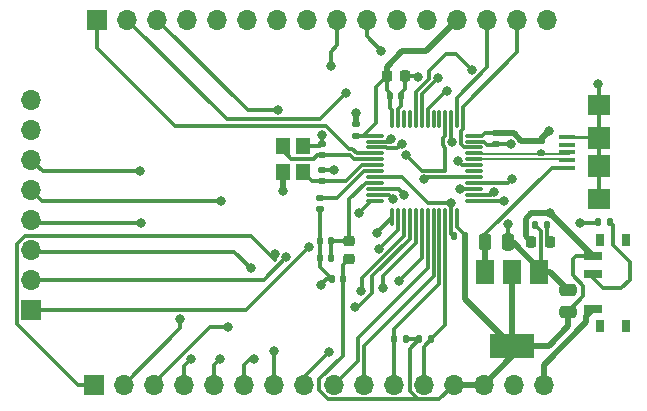
<source format=gtl>
G04 #@! TF.GenerationSoftware,KiCad,Pcbnew,(6.0.6)*
G04 #@! TF.CreationDate,2022-07-13T21:15:31+05:30*
G04 #@! TF.ProjectId,stm32_minimal_dev,73746d33-325f-46d6-996e-696d616c5f64,rev?*
G04 #@! TF.SameCoordinates,Original*
G04 #@! TF.FileFunction,Copper,L1,Top*
G04 #@! TF.FilePolarity,Positive*
%FSLAX46Y46*%
G04 Gerber Fmt 4.6, Leading zero omitted, Abs format (unit mm)*
G04 Created by KiCad (PCBNEW (6.0.6)) date 2022-07-13 21:15:31*
%MOMM*%
%LPD*%
G01*
G04 APERTURE LIST*
G04 Aperture macros list*
%AMRoundRect*
0 Rectangle with rounded corners*
0 $1 Rounding radius*
0 $2 $3 $4 $5 $6 $7 $8 $9 X,Y pos of 4 corners*
0 Add a 4 corners polygon primitive as box body*
4,1,4,$2,$3,$4,$5,$6,$7,$8,$9,$2,$3,0*
0 Add four circle primitives for the rounded corners*
1,1,$1+$1,$2,$3*
1,1,$1+$1,$4,$5*
1,1,$1+$1,$6,$7*
1,1,$1+$1,$8,$9*
0 Add four rect primitives between the rounded corners*
20,1,$1+$1,$2,$3,$4,$5,0*
20,1,$1+$1,$4,$5,$6,$7,0*
20,1,$1+$1,$6,$7,$8,$9,0*
20,1,$1+$1,$8,$9,$2,$3,0*%
G04 Aperture macros list end*
G04 #@! TA.AperFunction,ComponentPad*
%ADD10R,1.700000X1.700000*%
G04 #@! TD*
G04 #@! TA.AperFunction,ComponentPad*
%ADD11O,1.700000X1.700000*%
G04 #@! TD*
G04 #@! TA.AperFunction,SMDPad,CuDef*
%ADD12RoundRect,0.218750X0.218750X0.256250X-0.218750X0.256250X-0.218750X-0.256250X0.218750X-0.256250X0*%
G04 #@! TD*
G04 #@! TA.AperFunction,SMDPad,CuDef*
%ADD13RoundRect,0.250000X-0.250000X-0.475000X0.250000X-0.475000X0.250000X0.475000X-0.250000X0.475000X0*%
G04 #@! TD*
G04 #@! TA.AperFunction,SMDPad,CuDef*
%ADD14RoundRect,0.140000X-0.170000X0.140000X-0.170000X-0.140000X0.170000X-0.140000X0.170000X0.140000X0*%
G04 #@! TD*
G04 #@! TA.AperFunction,SMDPad,CuDef*
%ADD15R,1.350000X0.400000*%
G04 #@! TD*
G04 #@! TA.AperFunction,SMDPad,CuDef*
%ADD16R,1.900000X1.800000*%
G04 #@! TD*
G04 #@! TA.AperFunction,SMDPad,CuDef*
%ADD17R,1.900000X1.900000*%
G04 #@! TD*
G04 #@! TA.AperFunction,SMDPad,CuDef*
%ADD18RoundRect,0.218750X-0.256250X0.218750X-0.256250X-0.218750X0.256250X-0.218750X0.256250X0.218750X0*%
G04 #@! TD*
G04 #@! TA.AperFunction,SMDPad,CuDef*
%ADD19R,1.500000X2.000000*%
G04 #@! TD*
G04 #@! TA.AperFunction,SMDPad,CuDef*
%ADD20R,3.800000X2.000000*%
G04 #@! TD*
G04 #@! TA.AperFunction,SMDPad,CuDef*
%ADD21RoundRect,0.140000X0.140000X0.170000X-0.140000X0.170000X-0.140000X-0.170000X0.140000X-0.170000X0*%
G04 #@! TD*
G04 #@! TA.AperFunction,SMDPad,CuDef*
%ADD22RoundRect,0.250000X0.475000X-0.250000X0.475000X0.250000X-0.475000X0.250000X-0.475000X-0.250000X0*%
G04 #@! TD*
G04 #@! TA.AperFunction,SMDPad,CuDef*
%ADD23RoundRect,0.140000X-0.140000X-0.170000X0.140000X-0.170000X0.140000X0.170000X-0.140000X0.170000X0*%
G04 #@! TD*
G04 #@! TA.AperFunction,SMDPad,CuDef*
%ADD24RoundRect,0.075000X-0.662500X-0.075000X0.662500X-0.075000X0.662500X0.075000X-0.662500X0.075000X0*%
G04 #@! TD*
G04 #@! TA.AperFunction,SMDPad,CuDef*
%ADD25RoundRect,0.075000X-0.075000X-0.662500X0.075000X-0.662500X0.075000X0.662500X-0.075000X0.662500X0*%
G04 #@! TD*
G04 #@! TA.AperFunction,SMDPad,CuDef*
%ADD26R,0.800000X1.000000*%
G04 #@! TD*
G04 #@! TA.AperFunction,SMDPad,CuDef*
%ADD27R,1.500000X0.700000*%
G04 #@! TD*
G04 #@! TA.AperFunction,SMDPad,CuDef*
%ADD28R,1.200000X1.400000*%
G04 #@! TD*
G04 #@! TA.AperFunction,SMDPad,CuDef*
%ADD29RoundRect,0.135000X-0.185000X0.135000X-0.185000X-0.135000X0.185000X-0.135000X0.185000X0.135000X0*%
G04 #@! TD*
G04 #@! TA.AperFunction,SMDPad,CuDef*
%ADD30RoundRect,0.225000X-0.225000X-0.250000X0.225000X-0.250000X0.225000X0.250000X-0.225000X0.250000X0*%
G04 #@! TD*
G04 #@! TA.AperFunction,SMDPad,CuDef*
%ADD31RoundRect,0.135000X0.135000X0.185000X-0.135000X0.185000X-0.135000X-0.185000X0.135000X-0.185000X0*%
G04 #@! TD*
G04 #@! TA.AperFunction,SMDPad,CuDef*
%ADD32RoundRect,0.140000X0.170000X-0.140000X0.170000X0.140000X-0.170000X0.140000X-0.170000X-0.140000X0*%
G04 #@! TD*
G04 #@! TA.AperFunction,SMDPad,CuDef*
%ADD33RoundRect,0.135000X-0.135000X-0.185000X0.135000X-0.185000X0.135000X0.185000X-0.135000X0.185000X0*%
G04 #@! TD*
G04 #@! TA.AperFunction,ViaPad*
%ADD34C,0.800000*%
G04 #@! TD*
G04 #@! TA.AperFunction,Conductor*
%ADD35C,0.250000*%
G04 #@! TD*
G04 #@! TA.AperFunction,Conductor*
%ADD36C,0.300000*%
G04 #@! TD*
G04 #@! TA.AperFunction,Conductor*
%ADD37C,0.500000*%
G04 #@! TD*
G04 #@! TA.AperFunction,Conductor*
%ADD38C,0.200000*%
G04 #@! TD*
G04 APERTURE END LIST*
D10*
X126568200Y-97952800D03*
D11*
X126568200Y-95412800D03*
X126568200Y-92872800D03*
X126568200Y-90332800D03*
X126568200Y-87792800D03*
X126568200Y-85252800D03*
X126568200Y-82712800D03*
X126568200Y-80172800D03*
D12*
X170484900Y-92176600D03*
X168909900Y-92176600D03*
D10*
X131851400Y-104267000D03*
D11*
X134391400Y-104267000D03*
X136931400Y-104267000D03*
X139471400Y-104267000D03*
X142011400Y-104267000D03*
X144551400Y-104267000D03*
X147091400Y-104267000D03*
X149631400Y-104267000D03*
X152171400Y-104267000D03*
X154711400Y-104267000D03*
X157251400Y-104267000D03*
X159791400Y-104267000D03*
X162331400Y-104267000D03*
X164871400Y-104267000D03*
X167411400Y-104267000D03*
X169951400Y-104267000D03*
D13*
X165013600Y-92176600D03*
X166913600Y-92176600D03*
D14*
X165938200Y-82959000D03*
X165938200Y-83919000D03*
D10*
X132156200Y-73355200D03*
D11*
X134696200Y-73355200D03*
X137236200Y-73355200D03*
X139776200Y-73355200D03*
X142316200Y-73355200D03*
X144856200Y-73355200D03*
X147396200Y-73355200D03*
X149936200Y-73355200D03*
X152476200Y-73355200D03*
X155016200Y-73355200D03*
X157556200Y-73355200D03*
X160096200Y-73355200D03*
X162636200Y-73355200D03*
X165176200Y-73355200D03*
X167716200Y-73355200D03*
X170256200Y-73355200D03*
D15*
X171950000Y-85882000D03*
X171950000Y-85232000D03*
X171950000Y-84582000D03*
X171950000Y-83932000D03*
X171950000Y-83282000D03*
D16*
X174625000Y-88582000D03*
D17*
X174625000Y-85782000D03*
X174625000Y-83382000D03*
D16*
X174625000Y-80582000D03*
D18*
X153467600Y-92068200D03*
X153467600Y-93643200D03*
D19*
X169584400Y-94690800D03*
X167284400Y-94690800D03*
D20*
X167284400Y-100990800D03*
D19*
X164984400Y-94690800D03*
D21*
X163294000Y-91694000D03*
X162334000Y-91694000D03*
D22*
X171983400Y-98105000D03*
X171983400Y-96205000D03*
D21*
X151947600Y-93548200D03*
X150987600Y-93548200D03*
D23*
X156898400Y-79806800D03*
X157858400Y-79806800D03*
D14*
X151206200Y-86057800D03*
X151206200Y-87017800D03*
D24*
X155705100Y-83178200D03*
X155705100Y-83678200D03*
X155705100Y-84178200D03*
X155705100Y-84678200D03*
X155705100Y-85178200D03*
X155705100Y-85678200D03*
X155705100Y-86178200D03*
X155705100Y-86678200D03*
X155705100Y-87178200D03*
X155705100Y-87678200D03*
X155705100Y-88178200D03*
X155705100Y-88678200D03*
D25*
X157117600Y-90090700D03*
X157617600Y-90090700D03*
X158117600Y-90090700D03*
X158617600Y-90090700D03*
X159117600Y-90090700D03*
X159617600Y-90090700D03*
X160117600Y-90090700D03*
X160617600Y-90090700D03*
X161117600Y-90090700D03*
X161617600Y-90090700D03*
X162117600Y-90090700D03*
X162617600Y-90090700D03*
D24*
X164030100Y-88678200D03*
X164030100Y-88178200D03*
X164030100Y-87678200D03*
X164030100Y-87178200D03*
X164030100Y-86678200D03*
X164030100Y-86178200D03*
X164030100Y-85678200D03*
X164030100Y-85178200D03*
X164030100Y-84678200D03*
X164030100Y-84178200D03*
X164030100Y-83678200D03*
X164030100Y-83178200D03*
D25*
X162617600Y-81765700D03*
X162117600Y-81765700D03*
X161617600Y-81765700D03*
X161117600Y-81765700D03*
X160617600Y-81765700D03*
X160117600Y-81765700D03*
X159617600Y-81765700D03*
X159117600Y-81765700D03*
X158617600Y-81765700D03*
X158117600Y-81765700D03*
X157617600Y-81765700D03*
X157117600Y-81765700D03*
D26*
X176944000Y-91981000D03*
X174734000Y-99281000D03*
X176944000Y-99281000D03*
X174734000Y-91981000D03*
D27*
X174084000Y-97881000D03*
X174084000Y-94881000D03*
X174084000Y-93381000D03*
D28*
X149542500Y-86266200D03*
X149542500Y-84066200D03*
X147842500Y-84066200D03*
X147842500Y-86266200D03*
D29*
X169748200Y-83589400D03*
X169748200Y-84609400D03*
D30*
X156654200Y-78155800D03*
X158204200Y-78155800D03*
D31*
X175541400Y-90474800D03*
X174521400Y-90474800D03*
X170207400Y-90754200D03*
X169187400Y-90754200D03*
D21*
X152947600Y-95318200D03*
X151987600Y-95318200D03*
D14*
X150977600Y-88470800D03*
X150977600Y-89430800D03*
D31*
X158294800Y-100431600D03*
X157274800Y-100431600D03*
D21*
X151940200Y-92125800D03*
X150980200Y-92125800D03*
D14*
X151206200Y-83873400D03*
X151206200Y-84833400D03*
D32*
X154051000Y-83182400D03*
X154051000Y-82222400D03*
D33*
X159408400Y-100431600D03*
X160428400Y-100431600D03*
D34*
X151053800Y-95808800D03*
X152222200Y-86055200D03*
X147878800Y-87858600D03*
X154051000Y-81229200D03*
X174574200Y-78790800D03*
X159276170Y-78224770D03*
X166903400Y-90678000D03*
X167157400Y-83921600D03*
X151206200Y-83108800D03*
X162116784Y-88903778D03*
X170434000Y-82804000D03*
X170441200Y-89738200D03*
X160959800Y-78308200D03*
X163884223Y-77625823D03*
X173024800Y-90551000D03*
X147447000Y-81026000D03*
X156999054Y-83490300D03*
X153212800Y-79578200D03*
X157926987Y-83861710D03*
X145161000Y-94386400D03*
X158154015Y-88173194D03*
X157226000Y-88544400D03*
X148161623Y-93475423D03*
X150063200Y-92633800D03*
X154330400Y-89687400D03*
X155829000Y-91389200D03*
X147201508Y-93197603D03*
X155986870Y-92766270D03*
X139192000Y-98702300D03*
X143259423Y-99393623D03*
X154498923Y-96358323D03*
X154001603Y-97676855D03*
X140055600Y-102057200D03*
X156365823Y-96091623D03*
X142544800Y-102082600D03*
X157712023Y-95482023D03*
X145389600Y-102082600D03*
X166594812Y-88693012D03*
X151739600Y-101472500D03*
X165760400Y-87943512D03*
X147138777Y-101393377D03*
X135813800Y-90576400D03*
X162840883Y-87674531D03*
X167259000Y-86868000D03*
X142595600Y-88696800D03*
X159800677Y-86888500D03*
X135763000Y-86207600D03*
X162701244Y-85357699D03*
X162179920Y-83693000D03*
X156210000Y-75971400D03*
X151942800Y-77254300D03*
X158307859Y-84785798D03*
X161794577Y-79403823D03*
D35*
X174525000Y-83282000D02*
X174625000Y-83382000D01*
X171950000Y-83282000D02*
X174525000Y-83282000D01*
D36*
X164984400Y-92205800D02*
X165013600Y-92176600D01*
X171950000Y-85882000D02*
X170607200Y-85882000D01*
X170607200Y-85882000D02*
X165013600Y-91475600D01*
D37*
X164984400Y-94690800D02*
X164984400Y-92205800D01*
D36*
X165013600Y-91475600D02*
X165013600Y-92176600D01*
D37*
X154051000Y-82222400D02*
X154051000Y-81229200D01*
D36*
X165910200Y-83947000D02*
X165938200Y-83919000D01*
X174625000Y-88582000D02*
X174625000Y-85782000D01*
X166913600Y-92176600D02*
X167070200Y-92176600D01*
X157858400Y-79606200D02*
X158204200Y-79260400D01*
X151206200Y-83873400D02*
X151206200Y-83108800D01*
X174625000Y-83382000D02*
X174625000Y-80582000D01*
D37*
X147842500Y-86266200D02*
X147842500Y-87822300D01*
D36*
X151206200Y-86057800D02*
X152219600Y-86057800D01*
X150980200Y-89433400D02*
X150977600Y-89430800D01*
X174625000Y-78841600D02*
X174574200Y-78790800D01*
X150980200Y-92125800D02*
X150980200Y-89433400D01*
X167154800Y-83919000D02*
X167157400Y-83921600D01*
X164882000Y-83678200D02*
X165150800Y-83947000D01*
X158204200Y-78155800D02*
X159207200Y-78155800D01*
X166913600Y-90688200D02*
X166903400Y-90678000D01*
X165150800Y-83947000D02*
X165910200Y-83947000D01*
D37*
X169584400Y-94451200D02*
X169584400Y-94690800D01*
D36*
X150980200Y-93540800D02*
X150987600Y-93548200D01*
X159207200Y-78155800D02*
X159276170Y-78224770D01*
D37*
X147842500Y-87822300D02*
X147878800Y-87858600D01*
X167309800Y-92176600D02*
X169584400Y-94451200D01*
D36*
X150987600Y-94318200D02*
X151987600Y-95318200D01*
X162117600Y-90090700D02*
X162117600Y-88904594D01*
X157858400Y-79806800D02*
X157858400Y-79606200D01*
X160150778Y-88903778D02*
X157925200Y-86678200D01*
D37*
X173558200Y-98406800D02*
X174084000Y-97881000D01*
D36*
X164030100Y-83678200D02*
X164882000Y-83678200D01*
X162117600Y-90090700D02*
X162117600Y-91477600D01*
D37*
X169584400Y-94690800D02*
X170469200Y-94690800D01*
X170469200Y-94690800D02*
X171983400Y-96205000D01*
D36*
X169697400Y-91264200D02*
X169187400Y-90754200D01*
D37*
X173558200Y-98956800D02*
X173558200Y-98406800D01*
D36*
X158204200Y-79260400D02*
X158204200Y-78155800D01*
X165938200Y-83919000D02*
X167154800Y-83919000D01*
X174625000Y-85782000D02*
X174625000Y-83382000D01*
X157858400Y-79806800D02*
X157858400Y-80686359D01*
X157858400Y-80686359D02*
X157617600Y-80927159D01*
X162117600Y-91477600D02*
X162334000Y-91694000D01*
X174625000Y-80582000D02*
X174625000Y-78841600D01*
X151013400Y-84066200D02*
X151206200Y-83873400D01*
X149542500Y-84066200D02*
X151013400Y-84066200D01*
X157925200Y-86678200D02*
X155705100Y-86678200D01*
X162116784Y-88903778D02*
X160150778Y-88903778D01*
D37*
X169951400Y-104267000D02*
X169951400Y-102563600D01*
D36*
X169584400Y-94690800D02*
X169697400Y-94577800D01*
X150980200Y-92125800D02*
X150980200Y-93540800D01*
X151544400Y-95318200D02*
X151053800Y-95808800D01*
D37*
X169951400Y-102563600D02*
X173558200Y-98956800D01*
X167070200Y-92176600D02*
X167309800Y-92176600D01*
D36*
X150987600Y-93548200D02*
X150987600Y-94318200D01*
X152219600Y-86057800D02*
X152222200Y-86055200D01*
X169697400Y-94577800D02*
X169697400Y-91264200D01*
X162117600Y-88904594D02*
X162116784Y-88903778D01*
X151987600Y-95318200D02*
X151544400Y-95318200D01*
X166913600Y-92176600D02*
X166913600Y-90688200D01*
X157617600Y-80927159D02*
X157617600Y-81765700D01*
D37*
X168427400Y-90220800D02*
X168427400Y-91694100D01*
X168910000Y-89738200D02*
X168427400Y-90220800D01*
D36*
X173304200Y-96784200D02*
X173304200Y-95901200D01*
X154688600Y-83182400D02*
X154051000Y-83182400D01*
D37*
X174084000Y-93381000D02*
X170441200Y-89738200D01*
D36*
X162617600Y-90913400D02*
X163294000Y-91589800D01*
X156898400Y-79806800D02*
X156898400Y-79530000D01*
X164973000Y-82956400D02*
X165935600Y-82956400D01*
D37*
X172034200Y-99314000D02*
X172034200Y-98155800D01*
D36*
X163294000Y-91589800D02*
X163294000Y-91694000D01*
X159408400Y-100431600D02*
X158294800Y-100431600D01*
D37*
X167284400Y-100990800D02*
X163294000Y-97000400D01*
D36*
X152947600Y-95318200D02*
X152947600Y-94163200D01*
X172034200Y-98155800D02*
X171983400Y-98105000D01*
X164030100Y-83178200D02*
X164751200Y-83178200D01*
X157117600Y-81019200D02*
X157117600Y-81765700D01*
D37*
X167414000Y-82959000D02*
X168044400Y-83589400D01*
X169748200Y-83489800D02*
X170434000Y-82804000D01*
X168427400Y-91694100D02*
X168909900Y-92176600D01*
D36*
X151718943Y-105511600D02*
X159842200Y-105511600D01*
D37*
X168044400Y-83589400D02*
X169748200Y-83589400D01*
X170357400Y-100990800D02*
X172034200Y-99314000D01*
X170441200Y-89738200D02*
X168910000Y-89738200D01*
D36*
X162617600Y-90090700D02*
X162617600Y-90913400D01*
X156898400Y-79806800D02*
X156898400Y-80800000D01*
X156654200Y-79285800D02*
X156654200Y-78155800D01*
X172415200Y-93649800D02*
X172684000Y-93381000D01*
D37*
X159969200Y-76022200D02*
X157988000Y-76022200D01*
D36*
X165935600Y-82956400D02*
X165938200Y-82959000D01*
X154055200Y-83178200D02*
X155705100Y-83178200D01*
D37*
X162636200Y-73355200D02*
X159969200Y-76022200D01*
D36*
X154051000Y-83182400D02*
X154055200Y-83178200D01*
X152947600Y-94163200D02*
X153467600Y-93643200D01*
X158591400Y-101248600D02*
X158591400Y-104764057D01*
X171983400Y-98105000D02*
X173304200Y-96784200D01*
X161086800Y-105511600D02*
X162331400Y-104267000D01*
D37*
X163294000Y-97000400D02*
X163294000Y-91694000D01*
D36*
X172684000Y-93381000D02*
X174084000Y-93381000D01*
D37*
X167284400Y-101854000D02*
X167284400Y-100990800D01*
X164871400Y-104267000D02*
X162331400Y-104267000D01*
D36*
X156898400Y-80800000D02*
X157117600Y-81019200D01*
X155727400Y-82143600D02*
X154688600Y-83182400D01*
X159338943Y-105511600D02*
X159842200Y-105511600D01*
D37*
X169748200Y-83589400D02*
X169748200Y-83489800D01*
D36*
X152947600Y-101793743D02*
X150926800Y-103814543D01*
X150926800Y-103814543D02*
X150926800Y-104719457D01*
D37*
X164871400Y-104267000D02*
X167284400Y-101854000D01*
D36*
X172415200Y-95012200D02*
X172415200Y-93649800D01*
X173304200Y-95901200D02*
X172415200Y-95012200D01*
D37*
X156654200Y-77356000D02*
X156654200Y-78155800D01*
D36*
X150926800Y-104719457D02*
X151718943Y-105511600D01*
D37*
X167284400Y-100990800D02*
X170357400Y-100990800D01*
D36*
X158591400Y-104764057D02*
X159338943Y-105511600D01*
X159842200Y-105511600D02*
X161086800Y-105511600D01*
X152947600Y-95318200D02*
X152947600Y-101793743D01*
D37*
X157988000Y-76022200D02*
X156654200Y-77356000D01*
D36*
X159408400Y-100431600D02*
X158591400Y-101248600D01*
X156898400Y-79530000D02*
X156654200Y-79285800D01*
D37*
X167284400Y-94690800D02*
X167284400Y-100990800D01*
D36*
X156654200Y-78155800D02*
X155727400Y-79082600D01*
X155727400Y-79082600D02*
X155727400Y-82143600D01*
X164751200Y-83178200D02*
X164973000Y-82956400D01*
D37*
X165938200Y-82959000D02*
X167414000Y-82959000D01*
D36*
X150468800Y-85116200D02*
X148592500Y-85116200D01*
X150751600Y-84833400D02*
X150468800Y-85116200D01*
X148592500Y-85116200D02*
X147842500Y-84366200D01*
X147842500Y-84366200D02*
X147842500Y-84066200D01*
X151206200Y-84833400D02*
X150751600Y-84833400D01*
X151206200Y-84833400D02*
X153565800Y-84833400D01*
X153565800Y-84833400D02*
X153910600Y-85178200D01*
X153910600Y-85178200D02*
X155705100Y-85178200D01*
X153220894Y-87017800D02*
X154560494Y-85678200D01*
X149542500Y-86266200D02*
X150294100Y-87017800D01*
X154560494Y-85678200D02*
X155705100Y-85678200D01*
X150294100Y-87017800D02*
X151206200Y-87017800D01*
X151206200Y-87017800D02*
X153220894Y-87017800D01*
X152475000Y-88470800D02*
X154767600Y-86178200D01*
X154767600Y-86178200D02*
X155705100Y-86178200D01*
X150977600Y-88470800D02*
X152475000Y-88470800D01*
X151947600Y-92133200D02*
X151940200Y-92125800D01*
X151947600Y-93548200D02*
X151947600Y-92133200D01*
X151997800Y-92068200D02*
X151940200Y-92125800D01*
X153467600Y-88577159D02*
X153467600Y-92068200D01*
X153467600Y-92068200D02*
X151997800Y-92068200D01*
X154866559Y-87178200D02*
X153467600Y-88577159D01*
X155705100Y-87178200D02*
X154866559Y-87178200D01*
X170207400Y-91899100D02*
X170484900Y-92176600D01*
X170207400Y-90754200D02*
X170207400Y-91899100D01*
X157274800Y-99570000D02*
X157274800Y-100431600D01*
X157274800Y-100431600D02*
X157251400Y-100455000D01*
X161117600Y-90090700D02*
X161117600Y-95727200D01*
X161117600Y-95727200D02*
X157274800Y-99570000D01*
X157251400Y-100455000D02*
X157251400Y-104267000D01*
X160428400Y-100431600D02*
X159791400Y-101068600D01*
X161617600Y-90090700D02*
X161617600Y-99242400D01*
X161617600Y-99242400D02*
X160428400Y-100431600D01*
X159791400Y-101068600D02*
X159791400Y-104267000D01*
X160959800Y-78308200D02*
X159617600Y-79650400D01*
X159617600Y-79650400D02*
X159617600Y-81765700D01*
X162929420Y-83916061D02*
X162929420Y-82792420D01*
X163117600Y-80722400D02*
X167716200Y-76123800D01*
X163117600Y-82604240D02*
X163117600Y-80722400D01*
X162929420Y-82792420D02*
X163117600Y-82604240D01*
X164030100Y-84178200D02*
X163191559Y-84178200D01*
X167716200Y-76123800D02*
X167716200Y-73355200D01*
X163191559Y-84178200D02*
X162929420Y-83916061D01*
X162617600Y-79952400D02*
X165176200Y-77393800D01*
X165176200Y-77393800D02*
X165176200Y-73355200D01*
X162617600Y-81765700D02*
X162617600Y-79952400D01*
D38*
X170113383Y-85179400D02*
X170139583Y-85153200D01*
X164055099Y-85153201D02*
X169356817Y-85153200D01*
X169383017Y-85179400D02*
X170113383Y-85179400D01*
X169356817Y-85153200D02*
X169383017Y-85179400D01*
X170139583Y-85153200D02*
X172059600Y-85153200D01*
X164030100Y-85178200D02*
X164055099Y-85153201D01*
X164030100Y-84678200D02*
X164055099Y-84703199D01*
D36*
X169699400Y-84505800D02*
X169672000Y-84533200D01*
D38*
X164055099Y-84703199D02*
X172059600Y-84703200D01*
D36*
X176530000Y-96088200D02*
X174955200Y-96088200D01*
X177241200Y-95377000D02*
X176530000Y-96088200D01*
X175541400Y-90474800D02*
X175818800Y-90752200D01*
X174084000Y-95217000D02*
X174084000Y-94881000D01*
X175818800Y-92455800D02*
X177241200Y-93878200D01*
X177241200Y-93878200D02*
X177241200Y-95377000D01*
X174955200Y-96088200D02*
X174084000Y-95217000D01*
X175818800Y-90752200D02*
X175818800Y-92455800D01*
X173024800Y-90551000D02*
X174445200Y-90551000D01*
X174445200Y-90551000D02*
X174521400Y-90474800D01*
X162560000Y-76301600D02*
X163884223Y-77625823D01*
X160209800Y-78351094D02*
X160209800Y-77737400D01*
X159117600Y-79443294D02*
X160209800Y-78351094D01*
X159117600Y-81765700D02*
X159117600Y-79443294D01*
X160209800Y-77737400D02*
X161645600Y-76301600D01*
X161645600Y-76301600D02*
X162560000Y-76301600D01*
X156811154Y-83678200D02*
X156999054Y-83490300D01*
X144907000Y-81026000D02*
X137236200Y-73355200D01*
X155705100Y-83678200D02*
X156811154Y-83678200D01*
X147447000Y-81026000D02*
X144907000Y-81026000D01*
X156626293Y-84178200D02*
X155705100Y-84178200D01*
X153212800Y-79578200D02*
X151015000Y-81776000D01*
X151015000Y-81776000D02*
X143117000Y-81776000D01*
X143117000Y-81776000D02*
X134696200Y-73355200D01*
X157548397Y-84240300D02*
X156688393Y-84240300D01*
X157926987Y-83861710D02*
X157548397Y-84240300D01*
X156688393Y-84240300D02*
X156626293Y-84178200D01*
X139496800Y-82372200D02*
X138734800Y-82372200D01*
X151956200Y-82798139D02*
X151516861Y-82358800D01*
X138734800Y-82372200D02*
X132156200Y-75793600D01*
X139510200Y-82358800D02*
X139496800Y-82372200D01*
X151516861Y-82358800D02*
X139510200Y-82358800D01*
X153441400Y-84302600D02*
X151956200Y-82817400D01*
X151956200Y-82817400D02*
X151956200Y-82798139D01*
X154117706Y-84678200D02*
X153742106Y-84302600D01*
X132156200Y-75793600D02*
X132156200Y-73355200D01*
X155705100Y-84678200D02*
X154117706Y-84678200D01*
X153742106Y-84302600D02*
X153441400Y-84302600D01*
X157659021Y-87678200D02*
X155705100Y-87678200D01*
X143764000Y-92989400D02*
X126684800Y-92989400D01*
X145161000Y-94386400D02*
X143764000Y-92989400D01*
X158154015Y-88173194D02*
X157659021Y-87678200D01*
X126684800Y-92989400D02*
X126568200Y-92872800D01*
X156554241Y-88188800D02*
X156543641Y-88178200D01*
X148161623Y-93475423D02*
X146224246Y-95412800D01*
X146224246Y-95412800D02*
X126568200Y-95412800D01*
X156543641Y-88178200D02*
X155705100Y-88178200D01*
X157226000Y-88544400D02*
X156870400Y-88188800D01*
X156870400Y-88188800D02*
X156554241Y-88188800D01*
X155705100Y-88678200D02*
X155339600Y-88678200D01*
X150063200Y-92633800D02*
X144744200Y-97952800D01*
X155339600Y-88678200D02*
X154330400Y-89687400D01*
X144744200Y-97952800D02*
X126568200Y-97952800D01*
X130482400Y-104267000D02*
X131851400Y-104267000D01*
X145145876Y-91672800D02*
X126071143Y-91672800D01*
X125368200Y-99152800D02*
X130482400Y-104267000D01*
X125368200Y-92375743D02*
X125368200Y-99152800D01*
X147201508Y-93728432D02*
X145145876Y-91672800D01*
X157117600Y-90100600D02*
X155829000Y-91389200D01*
X126071143Y-91672800D02*
X125368200Y-92375743D01*
X147201508Y-93197603D02*
X147201508Y-93728432D01*
X157117600Y-90090700D02*
X157117600Y-90100600D01*
X139192000Y-98702300D02*
X139192000Y-99466400D01*
X157617600Y-90090700D02*
X157617600Y-91135540D01*
X157617600Y-91135540D02*
X155986870Y-92766270D01*
X139192000Y-99466400D02*
X134391400Y-104267000D01*
X154584400Y-95228694D02*
X154584400Y-96266000D01*
X154584400Y-96272846D02*
X154498923Y-96358323D01*
X154584400Y-96266000D02*
X154584400Y-96272846D01*
X143259423Y-99393623D02*
X141658516Y-99393623D01*
X136931400Y-104120739D02*
X136931400Y-104267000D01*
X158117600Y-91695494D02*
X154584400Y-95228694D01*
X141658516Y-99393623D02*
X136931400Y-104120739D01*
X158117600Y-90090700D02*
X158117600Y-91695494D01*
X154240345Y-97676855D02*
X155422600Y-96494600D01*
X140055600Y-102057200D02*
X139471400Y-102641400D01*
X158617600Y-91902600D02*
X158617600Y-90090700D01*
X155422600Y-96494600D02*
X155422600Y-95097600D01*
X155422600Y-95097600D02*
X158617600Y-91902600D01*
X139471400Y-102641400D02*
X139471400Y-104267000D01*
X154001603Y-97676855D02*
X154240345Y-97676855D01*
X142544800Y-102082600D02*
X142011400Y-102616000D01*
X156365823Y-95043377D02*
X159117600Y-92291600D01*
X156365823Y-96091623D02*
X156365823Y-95043377D01*
X159117600Y-92291600D02*
X159117600Y-90090700D01*
X142011400Y-102616000D02*
X142011400Y-104267000D01*
X144551400Y-102590600D02*
X144551400Y-104267000D01*
X145389600Y-102082600D02*
X145059400Y-102082600D01*
X157712023Y-95482023D02*
X159617600Y-93576446D01*
X145059400Y-102082600D02*
X144551400Y-102590600D01*
X159617600Y-93576446D02*
X159617600Y-90090700D01*
X152171400Y-104267000D02*
X154211400Y-102227000D01*
X154211400Y-100296600D02*
X160117600Y-94390400D01*
X154211400Y-102227000D02*
X154211400Y-100296600D01*
X160117600Y-94390400D02*
X160117600Y-90090700D01*
X154711400Y-100965000D02*
X154711400Y-104267000D01*
X160617600Y-90090700D02*
X160617600Y-95058800D01*
X160617600Y-95058800D02*
X154711400Y-100965000D01*
X164044912Y-88693012D02*
X164030100Y-88678200D01*
X149631400Y-103580700D02*
X149631400Y-104267000D01*
X151739600Y-101472500D02*
X149631400Y-103580700D01*
X166594812Y-88693012D02*
X164044912Y-88693012D01*
X165760400Y-87943512D02*
X165525712Y-88178200D01*
X165525712Y-88178200D02*
X164030100Y-88178200D01*
X147091400Y-102819200D02*
X147091400Y-104267000D01*
X147138777Y-102771823D02*
X147091400Y-102819200D01*
X147138777Y-101393377D02*
X147138777Y-102771823D01*
X164030100Y-87678200D02*
X162844552Y-87678200D01*
X162844552Y-87678200D02*
X162840883Y-87674531D01*
X126811800Y-90576400D02*
X126568200Y-90332800D01*
X135813800Y-90576400D02*
X126811800Y-90576400D01*
X164030100Y-87178200D02*
X166948800Y-87178200D01*
X127472200Y-88696800D02*
X126568200Y-87792800D01*
X142595600Y-88696800D02*
X127472200Y-88696800D01*
X166948800Y-87178200D02*
X167259000Y-86868000D01*
X127523000Y-86207600D02*
X126568200Y-85252800D01*
X159800677Y-86888500D02*
X160010977Y-86678200D01*
X135763000Y-86207600D02*
X127523000Y-86207600D01*
X160010977Y-86678200D02*
X164030100Y-86678200D01*
X163021745Y-85678200D02*
X164030100Y-85678200D01*
X162701244Y-85357699D02*
X163021745Y-85678200D01*
X162179920Y-83693000D02*
X162117600Y-83630680D01*
X156210000Y-75971400D02*
X155016200Y-74777600D01*
X162117600Y-83630680D02*
X162117600Y-81765700D01*
X155016200Y-74777600D02*
X155016200Y-73355200D01*
X161617600Y-84191341D02*
X161429920Y-84003661D01*
X152476200Y-75539600D02*
X152476200Y-73355200D01*
X151942800Y-77254300D02*
X151942800Y-76073000D01*
X151942800Y-76073000D02*
X152476200Y-75539600D01*
X161429920Y-83382339D02*
X161617600Y-83194659D01*
X159660561Y-86138500D02*
X161617600Y-86138500D01*
X158307859Y-84785798D02*
X159660561Y-86138500D01*
X161617600Y-86138500D02*
X161617600Y-84191341D01*
X161429920Y-84003661D02*
X161429920Y-83382339D01*
X161617600Y-83194659D02*
X161617600Y-81765700D01*
X161640936Y-79403823D02*
X160117600Y-80927159D01*
X161794577Y-79403823D02*
X161640936Y-79403823D01*
X160117600Y-80927159D02*
X160117600Y-81765700D01*
M02*

</source>
